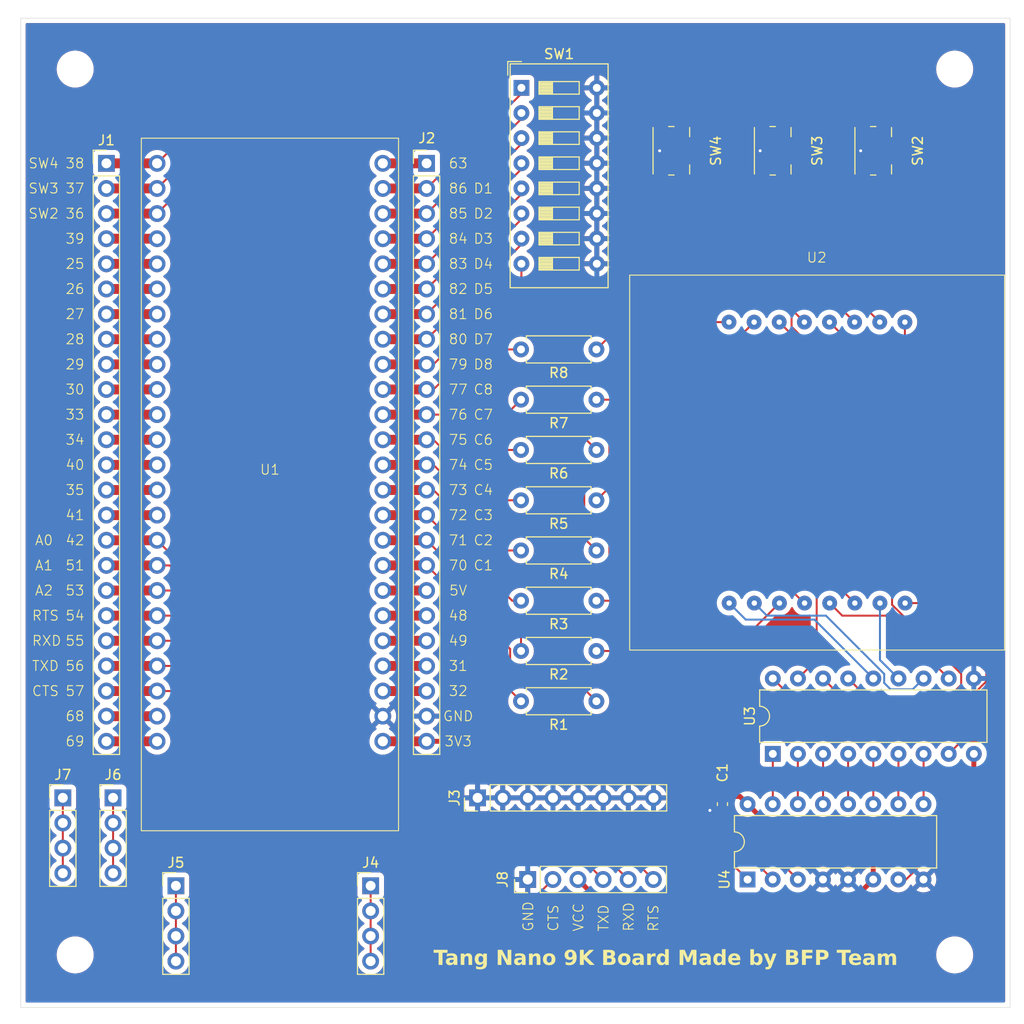
<source format=kicad_pcb>
(kicad_pcb (version 20240108) (generator "pcbnew") (generator_version "8.0")
  (layers (0 "F.Cu" signal) (31 "B.Cu" signal) (34 "B.Paste" user) (35 "F.Paste" user) (36 "B.SilkS" user "B.Silkscreen") (37 "F.SilkS" user "F.Silkscreen") (38 "B.Mask" user) (39 "F.Mask" user) (44 "Edge.Cuts" user))
  (net 0 "")
  (net 1 "Net-(U2-C1)")
  (net 2 "Net-(U2-C2)")
  (net 3 "Net-(U2-C3)")
  (net 4 "Net-(U2-C4)")
  (net 5 "Net-(U2-C5)")
  (net 6 "Net-(U2-C6)")
  (net 7 "Net-(U2-C7)")
  (net 8 "Net-(U2-C8)")
  (net 9 "/A2")
  (net 10 "+3V3")
  (net 11 "Net-(J1-Pin_15)")
  (net 12 "Net-(J2-Pin_7)")
  (net 13 "Net-(J2-Pin_9)")
  (net 14 "/C1")
  (net 15 "Net-(J2-Pin_19)")
  (net 16 "/A1")
  (net 17 "Net-(J1-Pin_13)")
  (net 18 "Net-(J1-Pin_14)")
  (net 19 "/C4")
  (net 20 "/C7")
  (net 21 "Net-(J2-Pin_18)")
  (net 22 "Net-(J2-Pin_4)")
  (net 23 "/C3")
  (net 24 "Net-(J2-Pin_5)")
  (net 25 "Net-(J2-Pin_6)")
  (net 26 "Net-(J2-Pin_20)")
  (net 27 "Net-(J2-Pin_2)")
  (net 28 "GND")
  (net 29 "Net-(J2-Pin_21)")
  (net 30 "Net-(J1-Pin_23)")
  (net 31 "/C6")
  (net 32 "/C2")
  (net 33 "/C5")
  (net 34 "Net-(J1-Pin_12)")
  (net 35 "Net-(J2-Pin_1)")
  (net 36 "/A0")
  (net 37 "Net-(J2-Pin_22)")
  (net 38 "/C8")
  (net 39 "Net-(J2-Pin_3)")
  (net 40 "Net-(J2-Pin_8)")
  (net 41 "Net-(U2-R7)")
  (net 42 "Net-(U2-R2)")
  (net 43 "Net-(U2-R1)")
  (net 44 "Net-(U2-R3)")
  (net 45 "Net-(U2-R4)")
  (net 46 "Net-(U2-R8)")
  (net 47 "Net-(U2-R6)")
  (net 48 "Net-(U2-R5)")
  (net 49 "Net-(J4-Pin_1)")
  (net 50 "Net-(J5-Pin_1)")
  (net 51 "Net-(J6-Pin_1)")
  (net 52 "Net-(J7-Pin_1)")
  (net 53 "Net-(J1-Pin_7)")
  (net 54 "Net-(J1-Pin_4)")
  (net 55 "Net-(J1-Pin_10)")
  (net 56 "Net-(J1-Pin_6)")
  (net 57 "Net-(J1-Pin_8)")
  (net 58 "Net-(J1-Pin_9)")
  (net 59 "Net-(J1-Pin_5)")
  (net 60 "Net-(J1-Pin_11)")
  (net 61 "/RXD")
  (net 62 "Net-(J1-Pin_1)")
  (net 63 "Net-(J1-Pin_24)")
  (net 64 "Net-(J1-Pin_2)")
  (net 65 "/CTS")
  (net 66 "/TXD")
  (net 67 "/RTS")
  (net 68 "Net-(J1-Pin_3)")
  (net 69 "Net-(U3-I8)")
  (net 70 "Net-(U3-I4)")
  (net 71 "Net-(U3-I6)")
  (net 72 "Net-(U3-I5)")
  (net 73 "Net-(U3-I7)")
  (net 74 "Net-(U3-I1)")
  (net 75 "Net-(U3-I2)")
  (net 76 "Net-(U3-I3)")
  (footprint "Connector_PinHeader_2.54mm:PinHeader_1x08_P2.54mm_Vertical" (layer "F.Cu") (at 147.97 116.205 90)
    (property "Reference" "J3")
    (property "Value" "Conn_01x08")
  )
  (footprint "Resistor_THT:R_Axial_DIN0207_L6.3mm_D2.5mm_P7.62mm_Horizontal" (layer "F.Cu") (at 159.98 81.04 180)
    (property "Reference" "R6")
    (property "Value" "750")
  )
  (footprint "Button_Switch_SMD:Panasonic_EVQPUJ_EVQPUA" (layer "F.Cu") (at 177.8 50.8 -90)
    (property "Reference" "SW3")
    (property "Value" "SW_Push")
  )
  (footprint "MountingHole:MountingHole_3.2mm_M3" (layer "F.Cu") (at 196.195 42.545)
    (property "Reference" "H2" (hide yes))
    (property "Value" "MountingHole")
  )
  (footprint "Package_DIP:DIP-18_W7.62mm" (layer "F.Cu") (at 177.81 111.76 90)
    (property "Reference" "U3")
    (property "Value" "TBD62786APG")
  )
  (footprint "BFP_footprints:Tang_Nano_9K" (layer "F.Cu") (at 126.98 84.53)
    (property "Reference" "U1")
    (property "Value" "~")
  )
  (footprint "Button_Switch_SMD:Panasonic_EVQPUJ_EVQPUA" (layer "F.Cu") (at 187.96 50.8 -90)
    (property "Reference" "SW2")
    (property "Value" "SW_Push")
  )
  (footprint "MountingHole:MountingHole_3.2mm_M3" (layer "F.Cu") (at 107.295 132.08)
    (property "Reference" "H4" (hide yes))
    (property "Value" "MountingHole")
  )
  (footprint "BFP_footprints:OSL641501-BX" (layer "F.Cu") (at 182.29 82.32)
    (property "Reference" "U2")
    (property "Value" "~" (hide yes))
  )
  (footprint "Connector_PinHeader_2.54mm:PinHeader_1x24_P2.54mm_Vertical" (layer "F.Cu") (at 142.815 52.07)
    (property "Reference" "J2")
    (property "Value" "Conn_01x24")
  )
  (footprint "Button_Switch_THT:SW_DIP_SPSTx08_Slide_9.78x22.5mm_W7.62mm_P2.54mm" (layer "F.Cu") (at 152.4 44.44)
    (property "Reference" "SW1")
    (property "Value" "SW_DIP_x08")
  )
  (footprint "MountingHole:MountingHole_3.2mm_M3" (layer "F.Cu") (at 196.195 132.08)
    (property "Reference" "H3" (hide yes))
    (property "Value" "MountingHole")
  )
  (footprint "Resistor_THT:R_Axial_DIN0207_L6.3mm_D2.5mm_P7.62mm_Horizontal" (layer "F.Cu") (at 159.98 101.36 180)
    (property "Reference" "R2")
    (property "Value" "750")
  )
  (footprint "Resistor_THT:R_Axial_DIN0207_L6.3mm_D2.5mm_P7.62mm_Horizontal" (layer "F.Cu") (at 159.98 106.44 180)
    (property "Reference" "R1")
    (property "Value" "750")
  )
  (footprint "Connector_PinHeader_2.54mm:PinHeader_1x04_P2.54mm_Vertical" (layer "F.Cu") (at 137.16 125.095)
    (property "Reference" "J4")
    (property "Value" "Conn_01x04")
  )
  (footprint "Connector_PinHeader_2.54mm:PinHeader_1x04_P2.54mm_Vertical" (layer "F.Cu") (at 117.475 125.095)
    (property "Reference" "J5")
    (property "Value" "Conn_01x04")
  )
  (footprint "Resistor_THT:R_Axial_DIN0207_L6.3mm_D2.5mm_P7.62mm_Horizontal" (layer "F.Cu") (at 159.98 75.96 180)
    (property "Reference" "R7")
    (property "Value" "750")
  )
  (footprint "Resistor_THT:R_Axial_DIN0207_L6.3mm_D2.5mm_P7.62mm_Horizontal" (layer "F.Cu") (at 159.98 86.13 180)
    (property "Reference" "R5")
    (property "Value" "750")
  )
  (footprint "Button_Switch_SMD:Panasonic_EVQPUJ_EVQPUA" (layer "F.Cu") (at 167.555 50.8 -90)
    (property "Reference" "SW4")
    (property "Value" "SW_Push")
  )
  (footprint "Resistor_THT:R_Axial_DIN0207_L6.3mm_D2.5mm_P7.62mm_Horizontal" (layer "F.Cu") (at 159.98 70.88 180)
    (property "Reference" "R8")
    (property "Value" "750")
  )
  (footprint "Resistor_THT:R_Axial_DIN0207_L6.3mm_D2.5mm_P7.62mm_Horizontal" (layer "F.Cu") (at 159.98 96.28 180)
    (property "Reference" "R3")
    (property "Value" "750")
  )
  (footprint "Connector_PinHeader_2.54mm:PinHeader_1x04_P2.54mm_Vertical" (layer "F.Cu") (at 111.125 116.205)
    (property "Reference" "J6")
    (property "Value" "Conn_01x04")
  )
  (footprint "Connector_PinHeader_2.54mm:PinHeader_1x06_P2.54mm_Vertical" (layer "F.Cu") (at 153.035 124.46 90)
    (property "Reference" "J8")
    (property "Value" "Conn_01x06")
  )
  (footprint "MountingHole:MountingHole_3.2mm_M3" (layer "F.Cu") (at 107.295 42.545)
    (property "Reference" "H1" (hide yes))
    (property "Value" "MountingHole")
  )
  (footprint "Capacitor_SMD:C_0603_1608Metric" (layer "F.Cu") (at 172.72 116.84 -90)
    (property "Reference" "C1")
    (property "Value" "0.1μF")
  )
  (footprint "Package_DIP:CERDIP-16_W7.62mm_SideBrazed" (layer "F.Cu") (at 175.26 124.46 90)
    (property "Reference" "U4")
    (property "Value" "74HC138")
  )
  (footprint "Resistor_THT:R_Axial_DIN0207_L6.3mm_D2.5mm_P7.62mm_Horizontal" (layer "F.Cu") (at 159.98 91.2 180)
    (property "Reference" "R4")
    (property "Value" "750")
  )
  (footprint "Connector_PinHeader_2.54mm:PinHeader_1x24_P2.54mm_Vertical" (layer "F.Cu") (at 110.45 52.07)
    (property "Reference" "J1")
    (property "Value" "Conn_01x24")
  )
  (footprint "Connector_PinHeader_2.54mm:PinHeader_1x04_P2.54mm_Vertical" (layer "F.Cu") (at 106.045 116.205)
    (property "Reference" "J7")
    (property "Value" "Conn_01x04")
  )
  (gr_rect (start 101.79 37.395) (end 201.79 137.395) (stroke (width 0.05)) (fill none) (layer "Edge.Cuts"))
  (gr_text "TXD" (at 102.87 102.87 0) (layer "F.SilkS") (effects (font (size 1 1) (thickness 0.1)) (justify left)))
  (gr_text "76" (at 146.01 77.47 0) (layer "F.SilkS") (effects (font (size 1 1) (thickness 0.1))))
  (gr_text "53" (at 107.275 95.25 0) (layer "F.SilkS") (effects (font (size 1 1) (thickness 0.1))))
  (gr_text "41" (at 107.275 87.63 0) (layer "F.SilkS") (effects (font (size 1 1) (thickness 0.1))))
  (gr_text "C4" (at 148.55 85.09 0) (layer "F.SilkS") (effects (font (size 1 1) (thickness 0.1))))
  (gr_text "D2" (at 148.55 57.15 0) (layer "F.SilkS") (effects (font (size 1 1) (thickness 0.1))))
  (gr_text "84" (at 146.01 59.69 0) (layer "F.SilkS") (effects (font (size 1 1) (thickness 0.1))))
  (gr_text "34" (at 107.275 80.01 0) (layer "F.SilkS") (effects (font (size 1 1) (thickness 0.1))))
  (gr_text "RXD" (at 163.83 129.778095 90) (layer "F.SilkS") (effects (font (size 1 1) (thickness 0.1)) (justify left bottom)))
  (gr_text "69" (at 107.275 110.49 0) (layer "F.SilkS") (effects (font (size 1 1) (thickness 0.1))))
  (gr_text "SW3" (at 104.1 54.61 0) (layer "F.SilkS") (effects (font (size 1 1) (thickness 0.1))))
  (gr_text "C2" (at 148.55 90.17 0) (layer "F.SilkS") (effects (font (size 1 1) (thickness 0.1))))
  (gr_text "D7" (at 148.55 69.85 0) (layer "F.SilkS") (effects (font (size 1 1) (thickness 0.1))))
  (gr_text "TXD" (at 161.29 129.778095 90) (layer "F.SilkS") (effects (font (size 1 1) (thickness 0.1)) (justify left bottom)))
  (gr_text "38" (at 107.275 52.07 0) (layer "F.SilkS") (effects (font (size 1 1) (thickness 0.1))))
  (gr_text "70" (at 146.01 92.71 0) (layer "F.SilkS") (effects (font (size 1 1) (thickness 0.1))))
  (gr_text "Tang Nano 9K Board Made by BFP Team" (at 143.51 133.35 0) (layer "F.SilkS") (effects (font (size 1.5 1.5) (thickness 0.1)) (justify left bottom)))
  (gr_text "A2" (at 104.14 95.25 0) (layer "F.SilkS") (effects (font (size 1 1) (thickness 0.1))))
  (gr_text "A0" (at 104.14 90.17 0) (layer "F.SilkS") (effects (font (size 1 1) (thickness 0.1))))
  (gr_text "GND" (at 153.67 129.778095 90) (layer "F.SilkS") (effects (font (size 1 1) (thickness 0.1)) (justify left bottom)))
  (gr_text "42" (at 107.275 90.17 0) (layer "F.SilkS") (effects (font (size 1 1) (thickness 0.1))))
  (gr_text "57" (at 107.275 105.41 0) (layer "F.SilkS") (effects (font (size 1 1) (thickness 0.1))))
  (gr_text "39" (at 107.275 59.69 0) (layer "F.SilkS") (effects (font (size 1 1) (thickness 0.1))))
  (gr_text "37" (at 107.275 54.61 0) (layer "F.SilkS") (effects (font (size 1 1) (thickness 0.1))))
  (gr_text "81" (at 146.01 67.31 0) (layer "F.SilkS") (effects (font (size 1 1) (thickness 0.1))))
  (gr_text "85" (at 146.01 57.15 0) (layer "F.SilkS") (effects (font (size 1 1) (thickness 0.1))))
  (gr_text "51" (at 107.275 92.71 0) (layer "F.SilkS") (effects (font (size 1 1) (thickness 0.1))))
  (gr_text "73" (at 146.01 85.09 0) (layer "F.SilkS") (effects (font (size 1 1) (thickness 0.1))))
  (gr_text "35" (at 107.275 85.09 0) (layer "F.SilkS") (effects (font (size 1 1) (thickness 0.1))))
  (gr_text "CTS" (at 102.87 105.41 0) (layer "F.SilkS") (effects (font (size 1 1) (thickness 0.1)) (justify left)))
  (gr_text "71" (at 146.01 90.17 0) (layer "F.SilkS") (effects (font (size 1 1) (thickness 0.1))))
  (gr_text "C6" (at 148.55 80.01 0) (layer "F.SilkS") (effects (font (size 1 1) (thickness 0.1))))
  (gr_text "54" (at 107.275 97.79 0) (layer "F.SilkS") (effects (font (size 1 1) (thickness 0.1))))
  (gr_text "33" (at 107.275 77.47 0) (layer "F.SilkS") (effects (font (size 1 1) (thickness 0.1))))
  (gr_text "D3" (at 148.55 59.69 0) (layer "F.SilkS") (effects (font (size 1 1) (thickness 0.1))))
  (gr_text "A1" (at 104.14 92.71 0) (layer "F.SilkS") (effects (font (size 1 1) (thickness 0.1))))
  (gr_text "72" (at 146.01 87.63 0) (layer "F.SilkS") (effects (font (size 1 1) (thickness 0.1))))
  (gr_text "CTS" (at 156.21 129.778095 90) (layer "F.SilkS") (effects (font (size 1 1) (thickness 0.1)) (justify left bottom)))
  (gr_text "27" (at 107.275 67.31 0) (layer "F.SilkS") (effects (font (size 1 1) (thickness 0.1))))
  (gr_text "5V" (at 146.01 95.25 0) (layer "F.SilkS") (effects (font (size 1 1) (thickness 0.1))))
  (gr_text "28" (at 107.275 69.85 0) (layer "F.SilkS") (effects (font (size 1 1) (thickness 0.1))))
  (gr_text "29" (at 107.275 72.39 0) (layer "F.SilkS") (effects (font (size 1 1) (thickness 0.1))))
  (gr_text "RXD" (at 102.87 100.33 0) (layer "F.SilkS") (effects (font (size 1 1) (thickness 0.1)) (justify left)))
  (gr_text "63" (at 146.01 52.07 0) (layer "F.SilkS") (effects (font (size 1 1) (thickness 0.1))))
  (gr_text "VCC" (at 158.75 129.778095 90) (layer "F.SilkS") (effects (font (size 1 1) (thickness 0.1)) (justify left bottom)))
  (gr_text "C5" (at 148.55 82.55 0) (layer "F.SilkS") (effects (font (size 1 1) (thickness 0.1))))
  (gr_text "SW2" (at 104.1 57.15 0) (layer "F.SilkS") (effects (font (size 1 1) (thickness 0.1))))
  (gr_text "86" (at 146.01 54.61 0) (layer "F.SilkS") (effects (font (size 1 1) (thickness 0.1))))
  (gr_text "77" (at 146.01 74.93 0) (layer "F.SilkS") (effects (font (size 1 1) (thickness 0.1))))
  (gr_text "48" (at 146.01 97.79 0) (layer "F.SilkS") (effects (font (size 1 1) (thickness 0.1))))
  (gr_text "36" (at 107.275 57.15 0) (layer "F.SilkS") (effects (font (size 1 1) (thickness 0.1))))
  (gr_text "49" (at 146.01 100.33 0) (layer "F.SilkS") (effects (font (size 1 1) (thickness 0.1))))
  (gr_text "D1" (at 148.55 54.61 0) (layer "F.SilkS") (effects (font (size 1 1) (thickness 0.1))))
  (gr_text "55" (at 107.275 100.33 0) (layer "F.SilkS") (effects (font (size 1 1) (thickness 0.1))))
  (gr_text "C1" (at 148.55 92.71 0) (layer "F.SilkS") (effects (font (size 1 1) (thickness 0.1))))
  (gr_text "D5" (at 148.55 64.77 0) (layer "F.SilkS") (effects (font (size 1 1) (thickness 0.1))))
  (gr_text "80" (at 146.01 69.85 0) (layer "F.SilkS") (effects (font (size 1 1) (thickness 0.1))))
  (gr_text "79" (at 146.01 72.39 0) (layer "F.SilkS") (effects (font (size 1 1) (thickness 0.1))))
  (gr_text "D4" (at 148.55 62.23 0) (layer "F.SilkS") (effects (font (size 1 1) (thickness 0.1))))
  (gr_text "C8" (at 148.55 74.93 0) (layer "F.SilkS") (effects (font (size 1 1) (thickness 0.1))))
  (gr_text "RTS" (at 102.87 97.79 0) (layer "F.SilkS") (effects (font (size 1 1) (thickness 0.1)) (justify left)))
  (gr_text "40" (at 107.275 82.55 0) (layer "F.SilkS") (effects (font (size 1 1) (thickness 0.1))))
  (gr_text "RTS" (at 165.735 128.370952 90) (layer "F.SilkS") (effects (font (size 1 1) (thickness 0.1))))
  (gr_text "31" (at 146.01 102.87 0) (layer "F.SilkS") (effects (font (size 1 1) (thickness 0.1))))
  (gr_text "74" (at 146.01 82.55 0) (layer "F.SilkS") (effects (font (size 1 1) (thickness 0.1))))
  (gr_text "25" (at 107.275 62.23 0) (layer "F.SilkS") (effects (font (size 1 1) (thickness 0.1))))
  (gr_text "75" (at 146.01 80.01 0) (layer "F.SilkS") (effects (font (size 1 1) (thickness 0.1))))
  (gr_text "26" (at 107.275 64.77 0) (layer "F.SilkS") (effects (font (size 1 1) (thickness 0.1))))
  (gr_text "SW4" (at 104.1 52.07 0) (layer "F.SilkS") (effects (font (size 1 1) (thickness 0.1))))
  (gr_text "56" (at 107.275 102.87 0) (layer "F.SilkS") (effects (font (size 1 1) (thickness 0.1))))
  (gr_text "3V3" (at 146.01 110.49 0) (layer "F.SilkS") (effects (font (size 1 1) (thickness 0.1))))
  (gr_text "83" (at 146.01 62.23 0) (layer "F.SilkS") (effects (font (size 1 1) (thickness 0.1))))
  (gr_text "30" (at 107.275 74.93 0) (layer "F.SilkS") (effects (font (size 1 1) (thickness 0.1))))
  (gr_text "32" (at 146.01 105.41 0) (layer "F.SilkS") (effects (font (size 1 1) (thickness 0.1))))
  (gr_text "C7" (at 148.55 77.47 0) (layer "F.SilkS") (effects (font (size 1 1) (thickness 0.1))))
  (gr_text "D6" (at 148.55 67.31 0) (layer "F.SilkS") (effects (font (size 1 1) (thickness 0.1))))
  (gr_text "D8" (at 148.55 72.39 0) (layer "F.SilkS") (effects (font (size 1 1) (thickness 0.1))))
  (gr_text "C3" (at 148.55 87.63 0) (layer "F.SilkS") (effects (font (size 1 1) (thickness 0.1))))
  (gr_text "82" (at 146.01 64.77 0) (layer "F.SilkS") (effects (font (size 1 1) (thickness 0.1))))
  (gr_text "GND" (at 146.01 107.95 0) (layer "F.SilkS") (effects (font (size 1 1) (thickness 0.1))))
  (gr_text "68" (at 107.275 107.95 0) (layer "F.SilkS") (effects (font (size 1 1) (thickness 0.1))))
  (segment (start 178.285 65.405) (end 161.29 65.405) (width 0.2) (layer "F.Cu") (net 1))
  (segment (start 158.115 104.575) (end 159.98 106.44) (width 0.2) (layer "F.Cu") (net 1))
  (segment (start 161.29 92.71) (end 158.115 95.885) (width 0.2) (layer "F.Cu") (net 1))
  (segment (start 161.29 80.01) (end 161.29 81.915) (width 0.2) (layer "F.Cu") (net 1))
  (segment (start 159.98 105.89) (end 159.98 106.44) (width 0.2) (layer "F.Cu") (net 1))
  (segment (start 158.115 95.885) (end 158.115 104.575) (width 0.2) (layer "F.Cu") (net 1))
  (segment (start 161.29 89.535) (end 161.29 92.71) (width 0.2) (layer "F.Cu") (net 1))
  (segment (start 158.75 84.455) (end 158.75 86.995) (width 0.2) (layer "F.Cu") (net 1))
  (segment (start 181 68.12) (end 178.285 65.405) (width 0.2) (layer "F.Cu") (net 1))
  (segment (start 156.21 70.485) (end 156.21 74.93) (width 0.2) (layer "F.Cu") (net 1))
  (segment (start 158.75 86.995) (end 161.29 89.535) (width 0.2) (layer "F.Cu") (net 1))
  (segment (start 161.29 81.915) (end 158.75 84.455) (width 0.2) (layer "F.Cu") (net 1))
  (segment (start 156.21 74.93) (end 161.29 80.01) (width 0.2) (layer "F.Cu") (net 1))
  (segment (start 161.29 65.405) (end 156.21 70.485) (width 0.2) (layer "F.Cu") (net 1))
  (segment (start 159.98 101.36) (end 173.64 101.36) (width 0.2) (layer "F.Cu") (net 2))
  (segment (start 173.64 101.36) (end 178.48 96.52) (width 0.2) (layer "F.Cu") (net 2))
  (segment (start 179.525 95.07) (end 180.975 96.52) (width 0.2) (layer "F.Cu") (net 3))
  (segment (start 171.055 96.28) (end 172.265 95.07) (width 0.2) (layer "F.Cu") (net 3))
  (segment (start 180.975 96.52) (end 181.02 96.52) (width 0.2) (layer "F.Cu") (net 3))
  (segment (start 159.98 96.28) (end 171.055 96.28) (width 0.2) (layer "F.Cu") (net 3))
  (segment (start 172.265 95.07) (end 179.525 95.07) (width 0.2) (layer "F.Cu") (net 3))
  (segment (start 160.02 64.135) (end 154.94 69.215) (width 0.2) (layer "F.Cu") (net 4))
  (segment (start 184.635 64.135) (end 160.02 64.135) (width 0.2) (layer "F.Cu") (net 4))
  (segment (start 154.94 86.16) (end 159.98 91.2) (width 0.2) (layer "F.Cu") (net 4))
  (segment (start 188.62 68.12) (end 184.635 64.135) (width 0.2) (layer "F.Cu") (net 4))
  (segment (start 154.94 69.215) (end 154.94 86.16) (width 0.2) (layer "F.Cu") (net 4))
  (segment (start 161.925 79.905919) (end 161.925 84.185) (width 0.2) (layer "F.Cu") (net 5))
  (segment (start 161.925 66.04) (end 156.845 71.12) (width 0.2) (layer "F.Cu") (net 5))
  (segment (start 156.845 74.825919) (end 161.925 79.905919) (width 0.2) (layer "F.Cu") (net 5))
  (segment (start 186.1 96.52) (end 182.88 93.3) (width 0.2) (layer "F.Cu") (net 5))
  (segment (start 182.88 71.755) (end 179.705 68.58) (width 0.2) (layer "F.Cu") (net 5))
  (segment (start 161.925 84.185) (end 159.98 86.13) (width 0.2) (layer "F.Cu") (net 5))
  (segment (start 178.354314 66.04) (end 161.925 66.04) (width 0.2) (layer "F.Cu") (net 5))
  (segment (start 179.705 68.58) (end 179.705 67.390686) (width 0.2) (layer "F.Cu") (net 5))
  (segment (start 156.845 71.12) (end 156.845 74.825919) (width 0.2) (layer "F.Cu") (net 5))
  (segment (start 179.705 67.390686) (end 178.354314 66.04) (width 0.2) (layer "F.Cu") (net 5))
  (segment (start 182.88 93.3) (end 182.88 71.755) (width 0.2) (layer "F.Cu") (net 5))
  (segment (start 155.575 76.635) (end 159.98 81.04) (width 0.2) (layer "F.Cu") (net 6))
  (segment (start 160.655 64.77) (end 155.575 69.85) (width 0.2) (layer "F.Cu") (net 6))
  (segment (start 155.575 69.85) (end 155.575 76.635) (width 0.2) (layer "F.Cu") (net 6))
  (segment (start 182.73 64.77) (end 160.655 64.77) (width 0.2) (layer "F.Cu") (net 6))
  (segment (start 186.08 68.12) (end 182.73 64.77) (width 0.2) (layer "F.Cu") (net 6))
  (segment (start 175.92 68.12) (end 168.08 75.96) (width 0.2) (layer "F.Cu") (net 7))
  (segment (start 168.08 75.96) (end 159.43 75.96) (width 0.2) (layer "F.Cu") (net 7))
  (segment (start 162.74 68.12) (end 159.98 70.88) (width 0.2) (layer "F.Cu") (net 8))
  (segment (start 173.38 68.12) (end 162.74 68.12) (width 0.2) (layer "F.Cu") (net 8))
  (segment (start 110.45 90.17) (end 115.57 90.17) (width 1) (layer "F.Cu") (net 9))
  (segment (start 180.34 124.46) (end 175.26 119.38) (width 0.2) (layer "F.Cu") (net 9))
  (segment (start 175.26 119.38) (end 144.78 119.38) (width 0.2) (layer "F.Cu") (net 9))
  (segment (start 144.78 119.38) (end 115.57 90.17) (width 0.2) (layer "F.Cu") (net 9))
  (segment (start 138.39 110.49) (end 142.815 110.49) (width 1) (layer "F.Cu") (net 10))
  (segment (start 175.26 116.84) (end 177.8 119.38) (width 0.5) (layer "F.Cu") (net 10))
  (segment (start 160.02 126.365) (end 158.115 124.46) (width 0.5) (layer "F.Cu") (net 10))
  (segment (start 187.96 124.46) (end 186.055 126.365) (width 0.5) (layer "F.Cu") (net 10))
  (segment (start 194.31 119.38) (end 198.13 115.56) (width 0.5) (layer "F.Cu") (net 10))
  (segment (start 177.8 119.38) (end 187.96 119.38) (width 0.5) (layer "F.Cu") (net 10))
  (segment (start 172.72 116.065) (end 174.485 116.065) (width 0.5) (layer "F.Cu") (net 10))
  (segment (start 174.485 116.065) (end 175.26 116.84) (width 0.5) (layer "F.Cu") (net 10))
  (segment (start 198.13 115.56) (end 198.13 111.76) (width 0.5) (layer "F.Cu") (net 10))
  (segment (start 167.145 110.49) (end 172.72 116.065) (width 0.5) (layer "F.Cu") (net 10))
  (segment (start 186.055 126.365) (end 160.02 126.365) (width 0.5) (layer "F.Cu") (net 10))
  (segment (start 187.96 124.46) (end 187.96 119.38) (width 0.5) (layer "F.Cu") (net 10))
  (segment (start 167.145 110.49) (end 142.815 110.49) (width 0.5) (layer "F.Cu") (net 10))
  (segment (start 187.96 119.38) (end 194.31 119.38) (width 0.5) (layer "F.Cu") (net 10))
  (segment (start 110.45 87.63) (end 115.57 87.63) (width 1) (layer "F.Cu") (net 11))
  (segment (start 152.4 57.725) (end 152.4 57.14) (width 0.2) (layer "F.Cu") (net 12))
  (segment (start 142.815 67.31) (end 152.4 57.725) (width 0.2) (layer "F.Cu") (net 12))
  (segment (start 138.39 67.31) (end 142.815 67.31) (width 1) (layer "F.Cu") (net 12))
  (segment (start 143.51 72.39) (end 152.4 63.5) (width 0.2) (layer "F.Cu") (net 13))
  (segment (start 142.815 72.39) (end 143.51 72.39) (width 0.2) (layer "F.Cu") (net 13))
  (segment (start 152.4 63.5) (end 152.4 62.22) (width 0.2) (layer "F.Cu") (net 13))
  (segment (start 138.39 72.39) (end 142.815 72.39) (width 1) (layer "F.Cu") (net 13))
  (segment (start 151.26 101.155) (end 142.815 92.71) (width 0.2) (layer "F.Cu") (net 14))
  (segment (start 138.39 92.71) (end 142.815 92.71) (width 1) (layer "F.Cu") (net 14))
  (segment (start 152.36 106.44) (end 151.26 105.34) (width 0.2) (layer "F.Cu") (net 14))
  (segment (start 151.26 105.34) (end 151.26 101.155) (width 0.2) (layer "F.Cu") (net 14))
  (segment (start 142.815 97.79) (end 138.39 97.79) (width 1) (layer "F.Cu") (net 15))
  (segment (start 116.84 92.71) (end 115.57 92.71) (width 0.2) (layer "F.Cu") (net 16))
  (segment (start 115.57 92.71) (end 110.45 92.71) (width 1) (layer "F.Cu") (net 16))
  (segment (start 173.355 120.015) (end 144.145 120.015) (width 0.2) (layer "F.Cu") (net 16))
  (segment (start 144.145 120.015) (end 116.84 92.71) (width 0.2) (layer "F.Cu") (net 16))
  (segment (start 177.8 124.46) (end 173.355 120.015) (width 0.2) (layer "F.Cu") (net 16))
  (segment (start 110.45 82.55) (end 115.57 82.55) (width 1) (layer "F.Cu") (net 17))
  (segment (start 115.57 85.09) (end 110.45 85.09) (width 1) (layer "F.Cu") (net 18))
  (segment (start 149.62 91.2) (end 152.36 91.2) (width 0.2) (layer "F.Cu") (net 19))
  (segment (start 142.815 85.09) (end 138.39 85.09) (width 1) (layer "F.Cu") (net 19))
  (segment (start 142.815 85.09) (end 143.51 85.09) (width 0.2) (layer "F.Cu") (net 19))
  (segment (start 143.51 85.09) (end 149.62 91.2) (width 0.2) (layer "F.Cu") (net 19))
  (segment (start 142.815 77.47) (end 150.85 77.47) (width 0.2) (layer "F.Cu") (net 20))
  (segment (start 150.85 77.47) (end 152.36 75.96) (width 0.2) (layer "F.Cu") (net 20))
  (segment (start 138.39 77.47) (end 142.815 77.47) (width 1) (layer "F.Cu") (net 20))
  (segment (start 142.815 95.25) (end 138.39 95.25) (width 1) (layer "F.Cu") (net 21))
  (segment (start 142.815 59.69) (end 152.4 50.105) (width 0.2) (layer "F.Cu") (net 22))
  (segment (start 142.815 59.69) (end 138.39 59.69) (width 1) (layer "F.Cu") (net 22))
  (segment (start 152.4 50.105) (end 152.4 49.52) (width 0.2) (layer "F.Cu") (net 22))
  (segment (start 142.815 87.63) (end 151.465 96.28) (width 0.2) (layer "F.Cu") (net 23))
  (segment (start 138.39 87.63) (end 142.815 87.63) (width 1) (layer "F.Cu") (net 23))
  (segment (start 151.465 96.28) (end 152.36 96.28) (width 0.2) (layer "F.Cu") (net 23))
  (segment (start 152.4 52.645) (end 152.4 52.06) (width 0.2) (layer "F.Cu") (net 24))
  (segment (start 142.815 62.23) (end 152.4 52.645) (width 0.2) (layer "F.Cu") (net 24))
  (segment (start 138.39 62.23) (end 142.815 62.23) (width 1) (layer "F.Cu") (net 24))
  (segment (start 142.815 64.77) (end 152.4 55.185) (width 0.2) (layer "F.Cu") (net 25))
  (segment (start 152.4 55.185) (end 152.4 54.6) (width 0.2) (layer "F.Cu") (net 25))
  (segment (start 142.815 64.77) (end 138.39 64.77) (width 1) (layer "F.Cu") (net 25))
  (segment (start 142.815 100.33) (end 138.39 100.33) (width 1) (layer "F.Cu") (net 26))
  (segment (start 152.4 45.025) (end 142.815 54.61) (width 0.2) (layer "F.Cu") (net 27))
  (segment (start 142.815 54.61) (end 138.39 54.61) (width 1) (layer "F.Cu") (net 27))
  (segment (start 152.4 44.44) (end 152.4 45.025) (width 0.2) (layer "F.Cu") (net 27))
  (via (at 176.53 50.8) (size 0.6) (drill 0.3) (layers "F.Cu" "B.Cu") (net 28))
  (via (at 166.37 50.8) (size 0.6) (drill 0.3) (layers "F.Cu" "B.Cu") (net 28))
  (via (at 171.45 117.475) (size 0.6) (drill 0.3) (layers "F.Cu" "B.Cu") (net 28))
  (via (at 186.69 50.8) (size 0.6) (drill 0.3) (layers "F.Cu" "B.Cu") (net 28))
  (segment (start 142.815 102.87) (end 138.39 102.87) (width 1) (layer "F.Cu") (net 29))
  (segment (start 115.57 107.95) (end 110.45 107.95) (width 1) (layer "F.Cu") (net 30))
  (segment (start 142.815 80.01) (end 143.51 80.01) (width 0.2) (layer "F.Cu") (net 31))
  (segment (start 143.51 80.01) (end 144.54 81.04) (width 0.2) (layer "F.Cu") (net 31))
  (segment (start 142.815 80.01) (end 138.39 80.01) (width 1) (layer "F.Cu") (net 31))
  (segment (start 144.54 81.04) (end 152.36 81.04) (width 0.2) (layer "F.Cu") (net 31))
  (segment (start 152.36 99.715) (end 142.815 90.17) (width 0.2) (layer "F.Cu") (net 32))
  (segment (start 142.815 90.17) (end 138.39 90.17) (width 1) (layer "F.Cu") (net 32))
  (segment (start 152.36 101.36) (end 152.36 99.715) (width 0.2) (layer "F.Cu") (net 32))
  (segment (start 143.51 82.55) (end 147.09 86.13) (width 0.2) (layer "F.Cu") (net 33))
  (segment (start 138.39 82.55) (end 142.815 82.55) (width 1) (layer "F.Cu") (net 33))
  (segment (start 142.815 82.55) (end 143.51 82.55) (width 0.2) (layer "F.Cu") (net 33))
  (segment (start 147.09 86.13) (end 152.36 86.13) (width 0.2) (layer "F.Cu") (net 33))
  (segment (start 115.57 80.01) (end 110.45 80.01) (width 1) (layer "F.Cu") (net 34))
  (segment (start 138.39 52.07) (end 142.815 52.07) (width 1) (layer "F.Cu") (net 35))
  (segment (start 171.45 120.65) (end 143.51 120.65) (width 0.2) (layer "F.Cu") (net 36))
  (segment (start 175.26 124.46) (end 171.45 120.65) (width 0.2) (layer "F.Cu") (net 36))
  (segment (start 110.45 95.25) (end 115.57 95.25) (width 1) (layer "F.Cu") (net 36))
  (segment (start 118.11 95.25) (end 115.57 95.25) (width 0.2) (layer "F.Cu") (net 36))
  (segment (start 143.51 120.65) (end 118.11 95.25) (width 0.2) (layer "F.Cu") (net 36))
  (segment (start 142.815 105.41) (end 138.39 105.41) (width 1) (layer "F.Cu") (net 37))
  (segment (start 142.815 74.93) (end 138.39 74.93) (width 1) (layer "F.Cu") (net 38))
  (segment (start 147.56 70.88) (end 152.36 70.88) (width 0.2) (layer "F.Cu") (net 38))
  (segment (start 142.815 74.93) (end 143.51 74.93) (width 0.2) (layer "F.Cu") (net 38))
  (segment (start 143.51 74.93) (end 147.56 70.88) (width 0.2) (layer "F.Cu") (net 38))
  (segment (start 152.4 47.565) (end 152.4 46.98) (width 0.2) (layer "F.Cu") (net 39))
  (segment (start 142.815 57.15) (end 152.4 47.565) (width 0.2) (layer "F.Cu") (net 39))
  (segment (start 138.39 57.15) (end 142.815 57.15) (width 1) (layer "F.Cu") (net 39))
  (segment (start 142.815 69.85) (end 152.4 60.265) (width 0.2) (layer "F.Cu") (net 40))
  (segment (start 152.4 60.265) (end 152.4 59.68) (width 0.2) (layer "F.Cu") (net 40))
  (segment (start 142.815 69.85) (end 138.39 69.85) (width 1) (layer "F.Cu") (net 40))
  (segment (start 189.07 103.684365) (end 183.175635 97.79) (width 0.2) (layer "B.Cu") (net 41))
  (segment (start 189.714365 105.24) (end 189.07 104.595635) (width 0.2) (layer "B.Cu") (net 41))
  (segment (start 191.95 105.24) (end 189.714365 105.24) (width 0.2) (layer "B.Cu") (net 41))
  (segment (start 177.21 97.79) (end 175.94 96.52) (width 0.2) (layer "B.Cu") (net 41))
  (segment (start 193.05 104.14) (end 191.95 105.24) (width 0.2) (layer "B.Cu") (net 41))
  (segment (start 189.07 104.595635) (end 189.07 103.684365) (width 0.2) (layer "B.Cu") (net 41))
  (segment (start 183.175635 97.79) (end 177.21 97.79) (width 0.2) (layer "B.Cu") (net 41))
  (segment (start 182.245 102.245) (end 182.245 71.905) (width 0.2) (layer "F.Cu") (net 42))
  (segment (start 178.46 68.12) (end 178.46 67.92) (width 0.2) (layer "F.Cu") (net 42))
  (segment (start 180.35 104.14) (end 182.245 102.245) (width 0.2) (layer "F.Cu") (net 42))
  (segment (start 182.245 71.905) (end 178.46 68.12) (width 0.2) (layer "F.Cu") (net 42))
  (segment (start 197.485 107.315) (end 180.985 107.315) (width 0.2) (layer "F.Cu") (net 43))
  (segment (start 200.025 102.235) (end 200.025 104.775) (width 0.2) (layer "F.Cu") (net 43))
  (segment (start 191.16 93.37) (end 200.025 102.235) (width 0.2) (layer "F.Cu") (net 43))
  (segment (start 191.16 68.12) (end 191.16 93.37) (width 0.2) (layer "F.Cu") (net 43))
  (segment (start 200.025 104.775) (end 197.485 107.315) (width 0.2) (layer "F.Cu") (net 43))
  (segment (start 180.985 107.315) (end 177.81 104.14) (width 0.2) (layer "F.Cu") (net 43))
  (segment (start 199.39 104.435635) (end 197.145635 106.68) (width 0.2) (layer "F.Cu") (net 44))
  (segment (start 199.39 103.435686) (end 199.39 104.435635) (width 0.2) (layer "F.Cu") (net 44))
  (segment (start 191.18 96.52) (end 192.474314 96.52) (width 0.2) (layer "F.Cu") (net 44))
  (segment (start 197.145635 106.68) (end 185.43 106.68) (width 0.2) (layer "F.Cu") (net 44))
  (segment (start 185.43 106.68) (end 182.89 104.14) (width 0.2) (layer "F.Cu") (net 44))
  (segment (start 192.474314 96.52) (end 199.39 103.435686) (width 0.2) (layer "F.Cu") (net 44))
  (segment (start 189.865 74.445) (end 183.54 68.12) (width 0.2) (layer "F.Cu") (net 45))
  (segment (start 195.58 106.045) (end 196.85 104.775) (width 0.2) (layer "F.Cu") (net 45))
  (segment (start 187.335 106.045) (end 195.58 106.045) (width 0.2) (layer "F.Cu") (net 45))
  (segment (start 185.43 104.14) (end 187.335 106.045) (width 0.2) (layer "F.Cu") (net 45))
  (segment (start 196.85 104.775) (end 196.85 103.674683) (width 0.2) (layer "F.Cu") (net 45))
  (segment (start 189.865 96.689683) (end 189.865 74.445) (width 0.2) (layer "F.Cu") (net 45))
  (segment (start 196.85 103.674683) (end 189.865 96.689683) (width 0.2) (layer "F.Cu") (net 45))
  (segment (start 189.24 97.79) (end 195.59 104.14) (width 0.2) (layer "F.Cu") (net 46))
  (segment (start 184.83 97.79) (end 189.24 97.79) (width 0.2) (layer "F.Cu") (net 46))
  (segment (start 183.56 96.52) (end 184.83 97.79) (width 0.2) (layer "F.Cu") (net 46))
  (segment (start 188.64 102.27) (end 190.51 104.14) (width 0.2) (layer "B.Cu") (net 47))
  (segment (start 188.64 96.52) (end 188.64 102.27) (width 0.2) (layer "B.Cu") (net 47))
  (segment (start 182.02 98.19) (end 175.07 98.19) (width 0.2) (layer "B.Cu") (net 48))
  (segment (start 187.97 104.14) (end 182.02 98.19) (width 0.2) (layer "B.Cu") (net 48))
  (segment (start 175.07 98.19) (end 173.4 96.52) (width 0.2) (layer "B.Cu") (net 48))
  (segment (start 137.16 125.095) (end 137.16 132.715) (width 0.2) (layer "F.Cu") (net 49))
  (segment (start 117.475 125.095) (end 117.475 132.715) (width 0.2) (layer "F.Cu") (net 50))
  (segment (start 111.125 116.205) (end 111.125 123.825) (width 0.2) (layer "F.Cu") (net 51))
  (segment (start 106.045 123.825) (end 106.045 116.205) (width 0.2) (layer "F.Cu") (net 52))
  (segment (start 110.45 67.31) (end 115.57 67.31) (width 1) (layer "F.Cu") (net 53))
  (segment (start 115.57 59.69) (end 110.45 59.69) (width 1) (layer "F.Cu") (net 54))
  (segment (start 115.57 74.93) (end 110.45 74.93) (width 1) (layer "F.Cu") (net 55))
  (segment (start 115.57 64.77) (end 110.45 64.77) (width 1) (layer "F.Cu") (net 56))
  (segment (start 115.57 69.85) (end 110.45 69.85) (width 1) (layer "F.Cu") (net 57))
  (segment (start 110.45 72.39) (end 115.57 72.39) (width 1) (layer "F.Cu") (net 58))
  (segment (start 110.45 62.23) (end 115.57 62.23) (width 1) (layer "F.Cu") (net 59))
  (segment (start 110.45 77.47) (end 115.57 77.47) (width 1) (layer "F.Cu") (net 60))
  (segment (start 160.655 121.92) (end 142.24 121.92) (width 0.2) (layer "F.Cu") (net 61))
  (segment (start 163.195 124.46) (end 160.655 121.92) (width 0.2) (layer "F.Cu") (net 61))
  (segment (start 110.45 100.33) (end 115.57 100.33) (width 1) (layer "F.Cu") (net 61))
  (segment (start 142.24 121.92) (end 120.65 100.33) (width 0.2) (layer "F.Cu") (net 61))
  (segment (start 120.65 100.33) (end 115.57 100.33) (width 0.2) (layer "F.Cu") (net 61))
  (segment (start 126.365 41.275) (end 181.91 41.275) (width 0.2) (layer "F.Cu") (net 62))
  (segment (start 115.57 52.07) (end 126.365 41.275) (width 0.2) (layer "F.Cu") (net 62))
  (segment (start 110.45 52.07) (end 115.57 52.07) (width 1) (layer "F.Cu") (net 62))
  (segment (start 188.81 48.175) (end 188.81 53.425) (width 0.2) (layer "F.Cu") (net 62))
  (segment (start 181.91 41.275) (end 188.81 48.175) (width 0.2) (layer "F.Cu") (net 62))
  (segment (start 110.45 110.49) (end 115.57 110.49) (width 1) (layer "F.Cu") (net 63))
  (segment (start 172.15 41.675) (end 178.65 48.175) (width 0.2) (layer "F.Cu") (net 64))
  (segment (start 115.57 54.61) (end 110.45 54.61) (width 1) (layer "F.Cu") (net 64))
  (segment (start 128.505 41.675) (end 172.15 41.675) (width 0.2) (layer "F.Cu") (net 64))
  (segment (start 178.65 48.175) (end 178.65 53.425) (width 0.2) (layer "F.Cu") (net 64))
  (segment (start 115.57 54.61) (end 128.505 41.675) (width 0.2) (layer "F.Cu") (net 64))
  (segment (start 155.575 124.46) (end 152.4 127.635) (width 0.2) (layer "F.Cu") (net 65))
  (segment (start 110.45 105.41) (end 115.57 105.41) (width 1) (layer "F.Cu") (net 65))
  (segment (start 152.4 127.635) (end 145.415 127.635) (width 0.2) (layer "F.Cu") (net 65))
  (segment (start 123.19 105.41) (end 115.57 105.41) (width 0.2) (layer "F.Cu") (net 65))
  (segment (start 145.415 127.635) (end 123.19 105.41) (width 0.2) (layer "F.Cu") (net 65))
  (segment (start 158.75 122.555) (end 141.605 122.555) (width 0.2) (layer "F.Cu") (net 66))
  (segment (start 115.57 102.87) (end 110.45 102.87) (width 1) (layer "F.Cu") (net 66))
  (segment (start 160.655 124.46) (end 158.75 122.555) (width 0.2) (layer "F.Cu") (net 66))
  (segment (start 121.92 102.87) (end 115.57 102.87) (width 0.2) (layer "F.Cu") (net 66))
  (segment (start 141.605 122.555) (end 121.92 102.87) (width 0.2) (layer "F.Cu") (net 66))
  (segment (start 142.875 121.285) (end 119.38 97.79) (width 0.2) (layer "F.Cu") (net 67))
  (segment (start 119.38 97.79) (end 115.57 97.79) (width 0.2) (layer "F.Cu") (net 67))
  (segment (start 115.57 97.79) (end 110.45 97.79) (width 1) (layer "F.Cu") (net 67))
  (segment (start 165.735 124.46) (end 162.56 121.285) (width 0.2) (layer "F.Cu") (net 67))
  (segment (start 162.56 121.285) (end 142.875 121.285) (width 0.2) (layer "F.Cu") (net 67))
  (segment (start 115.57 57.15) (end 130.645 42.075) (width 0.2) (layer "F.Cu") (net 68))
  (segment (start 162.305 42.075) (end 168.405 48.175) (width 0.2) (layer "F.Cu") (net 68))
  (segment (start 168.405 48.175) (end 168.405 53.425) (width 0.2) (layer "F.Cu") (net 68))
  (segment (start 130.645 42.075) (end 162.305 42.075) (width 0.2) (layer "F.Cu") (net 68))
  (segment (start 110.45 57.15) (end 115.57 57.15) (width 1) (layer "F.Cu") (net 68))
  (segment (start 191.277818 124.46) (end 190.5 124.46) (width 0.2) (layer "F.Cu") (net 69))
  (segment (start 196.86 110.49) (end 199.220317 110.49) (width 0.2) (layer "F.Cu") (net 69))
  (segment (start 200.025 115.712818) (end 191.277818 124.46) (width 0.2) (layer "F.Cu") (net 69))
  (segment (start 200.025 111.294683) (end 200.025 115.712818) (width 0.2) (layer "F.Cu") (net 69))
  (segment (start 195.59 111.76) (end 196.86 110.49) (width 0.2) (layer "F.Cu") (net 69))
  (segment (start 199.220317 110.49) (end 200.025 111.294683) (width 0.2) (layer "F.Cu") (net 69))
  (segment (start 185.42 111.77) (end 185.43 111.76) (width 0.2) (layer "F.Cu") (net 70))
  (segment (start 185.42 116.84) (end 185.42 111.77) (width 0.2) (layer "F.Cu") (net 70))
  (segment (start 190.51 114.29) (end 190.51 111.76) (width 0.2) (layer "F.Cu") (net 71))
  (segment (start 190.5 116.84) (end 190.5 114.3) (width 0.2) (layer "F.Cu") (net 71))
  (segment (start 190.5 114.3) (end 190.51 114.29) (width 0.2) (layer "F.Cu") (net 71))
  (segment (start 187.97 116.83) (end 187.96 116.84) (width 0.2) (layer "F.Cu") (net 72))
  (segment (start 187.97 111.76) (end 187.97 116.83) (width 0.2) (layer "F.Cu") (net 72))
  (segment (start 193.05 111.76) (end 193.05 116.83) (width 0.2) (layer "F.Cu") (net 73))
  (segment (start 193.05 116.83) (end 193.04 116.84) (width 0.2) (layer "F.Cu") (net 73))
  (segment (start 177.81 116.83) (end 177.8 116.84) (width 0.2) (layer "F.Cu") (net 74))
  (segment (start 177.81 111.76) (end 177.81 116.83) (width 0.2) (layer "F.Cu") (net 74))
  (segment (start 180.34 111.77) (end 180.35 111.76) (width 0.2) (layer "F.Cu") (net 75))
  (segment (start 180.34 116.84) (end 180.34 111.77) (width 0.2) (layer "F.Cu") (net 75))
  (segment (start 182.89 111.76) (end 182.89 116.83) (width 0.2) (layer "F.Cu") (net 76))
  (segment (start 182.89 116.83) (end 182.88 116.84) (width 0.2) (layer "F.Cu") (net 76))
  (zone (net 28) (net_name "GND") (layers "F&B.Cu") (connect_pads (clearance 0.5)) (min_thickness 0.25) (fill yes (thermal_gap 0.5) (thermal_bridge_width 0.5))
    (polygon (pts (xy 203.2 35.56) (xy 99.695 35.56) (xy 99.695 139.065) (xy 203.2 139.065)))
  )
)
</source>
